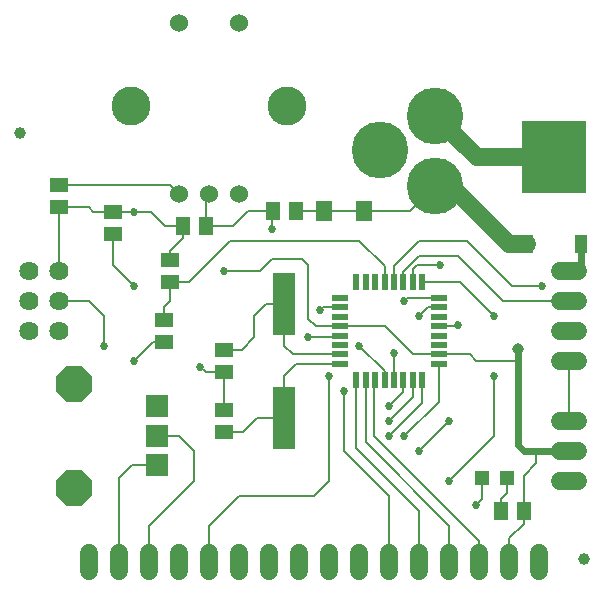
<source format=gtl>
G04 EAGLE Gerber RS-274X export*
G75*
%MOMM*%
%FSLAX34Y34*%
%LPD*%
%INTop Copper*%
%IPPOS*%
%AMOC8*
5,1,8,0,0,1.08239X$1,22.5*%
G01*
%ADD10C,4.800000*%
%ADD11R,1.500000X1.300000*%
%ADD12R,1.300000X1.500000*%
%ADD13R,1.400000X1.800000*%
%ADD14C,1.524000*%
%ADD15R,5.400000X6.200000*%
%ADD16R,1.000000X1.600000*%
%ADD17C,1.625600*%
%ADD18R,1.200000X1.200000*%
%ADD19C,1.524000*%
%ADD20C,3.302000*%
%ADD21R,1.470000X0.550000*%
%ADD22R,0.550000X1.470000*%
%ADD23R,1.879600X1.879600*%
%ADD24P,3.247170X8X22.500000*%
%ADD25R,1.930400X5.334000*%
%ADD26C,1.000000*%
%ADD27C,0.203200*%
%ADD28C,0.685800*%
%ADD29C,0.609600*%
%ADD30C,0.975000*%


D10*
X436600Y381600D03*
X483600Y351600D03*
X483600Y410600D03*
D11*
X254000Y219100D03*
X254000Y238100D03*
X304800Y193700D03*
X304800Y212700D03*
X304800Y161900D03*
X304800Y142900D03*
D12*
X346100Y330200D03*
X365100Y330200D03*
X288900Y317500D03*
X269900Y317500D03*
D13*
X389400Y330200D03*
X423400Y330200D03*
D14*
X589280Y279400D02*
X604520Y279400D01*
X604520Y254000D02*
X589280Y254000D01*
X589280Y228600D02*
X604520Y228600D01*
X604520Y203200D02*
X589280Y203200D01*
D15*
X584200Y375520D03*
D16*
X561400Y302520D03*
X607000Y302520D03*
D17*
X139700Y254000D03*
X165100Y254000D03*
X165100Y279400D03*
X139700Y279400D03*
X139700Y228600D03*
X165100Y228600D03*
D14*
X190500Y40640D02*
X190500Y25400D01*
X215900Y25400D02*
X215900Y40640D01*
X241300Y40640D02*
X241300Y25400D01*
X266700Y25400D02*
X266700Y40640D01*
X292100Y40640D02*
X292100Y25400D01*
X317500Y25400D02*
X317500Y40640D01*
X342900Y40640D02*
X342900Y25400D01*
X368300Y25400D02*
X368300Y40640D01*
X393700Y40640D02*
X393700Y25400D01*
X419100Y25400D02*
X419100Y40640D01*
X444500Y40640D02*
X444500Y25400D01*
X469900Y25400D02*
X469900Y40640D01*
X495300Y40640D02*
X495300Y25400D01*
X520700Y25400D02*
X520700Y40640D01*
X546100Y40640D02*
X546100Y25400D01*
X571500Y25400D02*
X571500Y40640D01*
D18*
X522900Y104140D03*
X543900Y104140D03*
D11*
X259080Y288900D03*
X259080Y269900D03*
X165100Y352400D03*
X165100Y333400D03*
X210820Y310540D03*
X210820Y329540D03*
D12*
X558140Y76200D03*
X539140Y76200D03*
D19*
X292100Y344170D03*
X317500Y488950D03*
D20*
X358140Y419100D03*
X226060Y419100D03*
D19*
X266700Y488950D03*
X317500Y344170D03*
X266700Y344170D03*
D14*
X589280Y101600D02*
X604520Y101600D01*
X604520Y127000D02*
X589280Y127000D01*
X589280Y152400D02*
X604520Y152400D01*
D21*
X402800Y256600D03*
X402800Y248600D03*
X402800Y240600D03*
X402800Y232600D03*
X402800Y224600D03*
X402800Y216600D03*
X402800Y208600D03*
X402800Y200600D03*
D22*
X416500Y186900D03*
X424500Y186900D03*
X432500Y186900D03*
X440500Y186900D03*
X448500Y186900D03*
X456500Y186900D03*
X464500Y186900D03*
X472500Y186900D03*
D21*
X486200Y200600D03*
X486200Y208600D03*
X486200Y216600D03*
X486200Y224600D03*
X486200Y232600D03*
X486200Y240600D03*
X486200Y248600D03*
X486200Y256600D03*
D22*
X472500Y270300D03*
X464500Y270300D03*
X456500Y270300D03*
X448500Y270300D03*
X440500Y270300D03*
X432500Y270300D03*
X424500Y270300D03*
X416500Y270300D03*
D23*
X247800Y114700D03*
X247800Y139700D03*
X247800Y164700D03*
D24*
X177800Y95700D03*
X177800Y183700D03*
D25*
X355600Y154940D03*
X355600Y251460D03*
D26*
X132080Y396240D03*
X609600Y35560D03*
D27*
X486200Y168700D02*
X486200Y200600D01*
X486200Y168700D02*
X457200Y139700D01*
D28*
X457200Y139700D03*
X203200Y215900D03*
D27*
X203200Y241300D01*
X190500Y254000D01*
X165100Y254000D01*
X486200Y232600D02*
X501840Y232600D01*
X502920Y233680D01*
D28*
X502920Y233680D03*
D27*
X402800Y224600D02*
X401720Y223520D01*
X375920Y223520D01*
D28*
X375920Y223520D03*
D27*
X304800Y193700D02*
X304800Y161900D01*
X304800Y193700D02*
X288900Y193700D01*
X284480Y198120D01*
D28*
X284480Y198120D03*
D14*
X483600Y410600D02*
X518680Y375520D01*
X584200Y375520D01*
D27*
X596900Y203200D02*
X596900Y152400D01*
X288900Y317500D02*
X288900Y340970D01*
X292100Y344170D01*
X325120Y330200D02*
X346100Y330200D01*
X325120Y330200D02*
X312420Y317500D01*
X288900Y317500D01*
X345440Y329540D02*
X346100Y330200D01*
X345440Y329540D02*
X345440Y314960D01*
D28*
X345440Y314960D03*
D27*
X522900Y104140D02*
X522900Y86020D01*
X518160Y81280D01*
D28*
X518160Y81280D03*
D27*
X464500Y172400D02*
X464500Y186900D01*
X464500Y172400D02*
X444500Y152400D01*
D28*
X444500Y152400D03*
D27*
X472500Y167700D02*
X472500Y186900D01*
X472500Y167700D02*
X444500Y139700D01*
D28*
X444500Y139700D03*
D27*
X266700Y139700D02*
X247800Y139700D01*
X266700Y139700D02*
X279400Y127000D01*
X279400Y101600D02*
X241300Y63500D01*
X241300Y33020D01*
X279400Y101600D02*
X279400Y127000D01*
D28*
X448500Y210141D03*
D27*
X448500Y186900D01*
X319380Y212700D02*
X304800Y212700D01*
X319380Y212700D02*
X330200Y223520D01*
X330200Y241300D01*
X340360Y251460D01*
X355600Y251460D01*
X355600Y215900D01*
X362900Y208600D01*
X402800Y208600D01*
X402800Y200600D02*
X365700Y200600D01*
X355600Y190500D01*
X320700Y142900D02*
X304800Y142900D01*
X332740Y154940D02*
X355600Y154940D01*
X332740Y154940D02*
X320700Y142900D01*
X355600Y154940D02*
X355600Y190500D01*
D28*
X419100Y215900D03*
D27*
X440500Y194500D01*
X440500Y186900D01*
X266700Y344170D02*
X258470Y352400D01*
X165100Y352400D01*
X456500Y186900D02*
X456500Y177100D01*
X444500Y165100D01*
D28*
X444500Y165100D03*
D27*
X210820Y284480D02*
X210820Y310540D01*
X210820Y284480D02*
X228600Y266700D01*
D28*
X228600Y266700D03*
D27*
X444500Y88900D02*
X444500Y33020D01*
X444500Y88900D02*
X406400Y127000D01*
X406400Y177800D01*
D28*
X406400Y177800D03*
X386080Y246380D03*
D27*
X388300Y248600D01*
X402800Y248600D01*
X469900Y76200D02*
X469900Y33020D01*
X416500Y129600D02*
X416500Y186900D01*
X416500Y129600D02*
X469900Y76200D01*
X495300Y63500D02*
X495300Y33020D01*
X424500Y134300D02*
X424500Y186900D01*
X424500Y134300D02*
X495300Y63500D01*
X520700Y50800D02*
X520700Y33020D01*
X520700Y50800D02*
X431800Y139700D01*
X431800Y186200D01*
X432500Y186900D01*
X456500Y278700D02*
X469900Y292100D01*
X456500Y278700D02*
X456500Y270300D01*
X469900Y292100D02*
X502920Y292100D01*
X541020Y254000D01*
X596900Y254000D01*
D28*
X574040Y266700D03*
D27*
X548640Y266700D01*
X510540Y304800D01*
X469900Y304800D01*
X448500Y283400D01*
X448500Y270300D01*
X477200Y248600D02*
X486200Y248600D01*
X477200Y248600D02*
X469900Y241300D01*
D28*
X469900Y241300D03*
X495300Y152400D03*
D27*
X469900Y127000D01*
D28*
X469900Y127000D03*
D27*
X459800Y256600D02*
X486200Y256600D01*
X459800Y256600D02*
X457200Y254000D01*
D28*
X457200Y254000D03*
X393700Y190500D03*
D27*
X393700Y101600D01*
X381000Y88900D01*
X292100Y63500D02*
X292100Y33020D01*
X317500Y88900D02*
X381000Y88900D01*
X317500Y88900D02*
X292100Y63500D01*
D28*
X495300Y101600D03*
D27*
X533400Y139700D01*
X533400Y190500D01*
D28*
X533400Y190500D03*
D27*
X533400Y241300D02*
X504400Y270300D01*
D28*
X533400Y241300D03*
D27*
X504400Y270300D02*
X472500Y270300D01*
X464500Y208600D02*
X486200Y208600D01*
X440500Y232600D02*
X402800Y232600D01*
X440500Y232600D02*
X464500Y208600D01*
X189840Y333400D02*
X165100Y333400D01*
X193700Y329540D02*
X210820Y329540D01*
X193700Y329540D02*
X189840Y333400D01*
X165100Y333400D02*
X165100Y279400D01*
X215900Y104140D02*
X215900Y33020D01*
X226460Y114700D02*
X247800Y114700D01*
X226460Y114700D02*
X215900Y104140D01*
X382080Y232600D02*
X402800Y232600D01*
X382080Y232600D02*
X375920Y238760D01*
X375920Y284480D01*
X370840Y289560D01*
X345440Y289560D01*
X335280Y279400D01*
X304800Y279400D01*
D28*
X304800Y279400D03*
D27*
X228600Y329540D02*
X210820Y329540D01*
D28*
X228600Y329540D03*
D29*
X607000Y302520D02*
X607000Y281880D01*
X604520Y279400D01*
X596900Y279400D01*
D27*
X546100Y53340D02*
X546100Y33020D01*
X558140Y65380D02*
X558140Y76200D01*
X558140Y65380D02*
X546100Y53340D01*
X558140Y76200D02*
X558140Y106020D01*
X568960Y116840D02*
X568960Y127000D01*
X568960Y116840D02*
X558140Y106020D01*
X242620Y329540D02*
X228600Y329540D01*
X242620Y329540D02*
X254660Y317500D01*
X269900Y317500D01*
X259080Y296520D02*
X259080Y288900D01*
X269900Y307340D02*
X269900Y317500D01*
X269900Y307340D02*
X259080Y296520D01*
D30*
X553720Y213360D03*
D29*
X553720Y203200D01*
X553720Y132080D01*
D27*
X512760Y208600D02*
X486200Y208600D01*
X512760Y208600D02*
X518160Y203200D01*
X553720Y203200D01*
D29*
X568960Y127000D02*
X596900Y127000D01*
X558800Y127000D02*
X553720Y132080D01*
X558800Y127000D02*
X568960Y127000D01*
D27*
X440500Y270300D02*
X440500Y283400D01*
X419100Y304800D02*
X330200Y304800D01*
X419100Y304800D02*
X440500Y283400D01*
X254000Y248920D02*
X254000Y238100D01*
X254000Y248920D02*
X259080Y254000D01*
X259080Y269900D01*
X274980Y269900D01*
X309880Y304800D02*
X330200Y304800D01*
X309880Y304800D02*
X274980Y269900D01*
D28*
X228600Y203200D03*
D27*
X244500Y219100D02*
X254000Y219100D01*
X244500Y219100D02*
X228600Y203200D01*
X365100Y330200D02*
X389400Y330200D01*
X462200Y330200D02*
X483600Y351600D01*
X462200Y330200D02*
X423400Y330200D01*
X389400Y330200D01*
D14*
X483600Y351600D02*
X496760Y351600D01*
X545840Y302520D02*
X561400Y302520D01*
X545840Y302520D02*
X496760Y351600D01*
D27*
X464500Y280953D02*
X464500Y270300D01*
X468027Y284480D02*
X487680Y284480D01*
X468027Y284480D02*
X464500Y280953D01*
D28*
X487680Y284480D03*
D27*
X543900Y91120D02*
X539140Y86360D01*
X539140Y76200D01*
X543900Y91120D02*
X543900Y104140D01*
M02*

</source>
